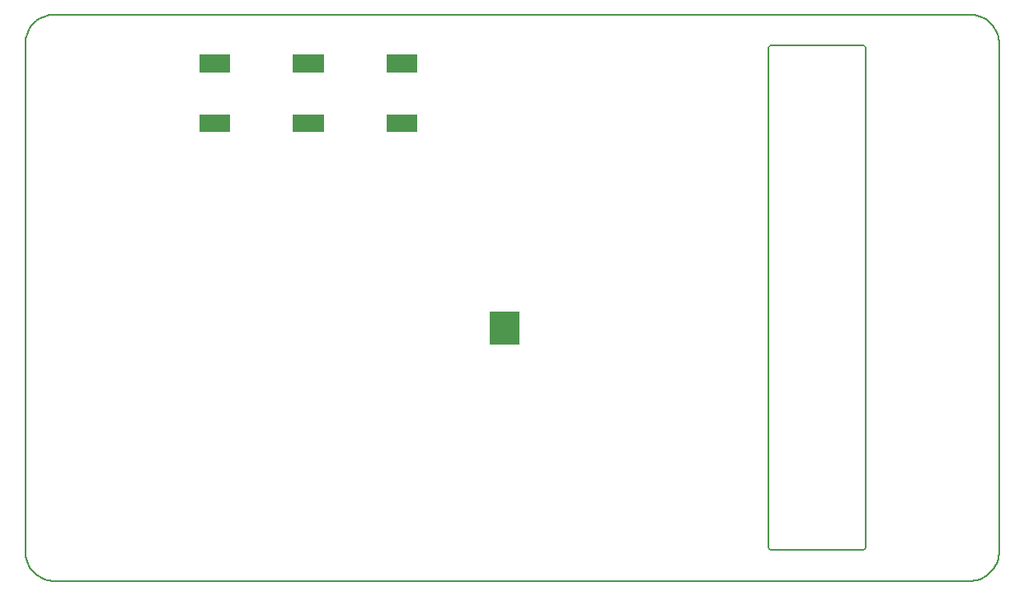
<source format=gko>
G04*
G04 #@! TF.GenerationSoftware,Altium Limited,Altium Designer,24.6.1 (21)*
G04*
G04 Layer_Color=16711935*
%FSLAX25Y25*%
%MOIN*%
G70*
G04*
G04 #@! TF.SameCoordinates,08707EBF-9302-4E29-B135-06D0E3724A66*
G04*
G04*
G04 #@! TF.FilePolarity,Positive*
G04*
G01*
G75*
%ADD72C,0.00709*%
G36*
X158692Y205437D02*
X146192D01*
Y212537D01*
X158692D01*
Y205437D01*
D02*
G37*
G36*
X120892D02*
X108392D01*
Y212537D01*
X120892D01*
Y205437D01*
D02*
G37*
G36*
X83092D02*
X70592D01*
Y212537D01*
X83092D01*
Y205437D01*
D02*
G37*
G36*
X120892Y181271D02*
X108392D01*
Y188371D01*
X120892D01*
Y181271D01*
D02*
G37*
G36*
X83092D02*
X70592D01*
Y188371D01*
X83092D01*
Y181271D01*
D02*
G37*
G36*
X158692Y181271D02*
X146192D01*
Y188371D01*
X158692D01*
Y181271D01*
D02*
G37*
G36*
X199900Y95300D02*
X188100D01*
Y108700D01*
X199900D01*
Y95300D01*
D02*
G37*
D72*
X340059Y215142D02*
X339766Y215849D01*
X339059Y216142D01*
Y12205D02*
X339766Y12498D01*
X340059Y13205D01*
X301689Y216142D02*
X300982Y215849D01*
X300689Y215142D01*
Y13205D02*
X300982Y12498D01*
X301689Y12205D01*
X393898Y216894D02*
X393857Y217869D01*
X393737Y218838D01*
X393536Y219793D01*
X393258Y220729D01*
X392903Y221638D01*
X392474Y222515D01*
X391974Y223354D01*
X391407Y224148D01*
X390776Y224893D01*
X390086Y225583D01*
X389341Y226214D01*
X388547Y226782D01*
X387708Y227281D01*
X386831Y227710D01*
X385922Y228065D01*
X384986Y228343D01*
X384031Y228544D01*
X383062Y228664D01*
X382087Y228705D01*
Y-295D02*
X383062Y-255D01*
X384031Y-134D01*
X384986Y66D01*
X385922Y345D01*
X386831Y699D01*
X387708Y1128D01*
X388547Y1628D01*
X389341Y2195D01*
X390086Y2826D01*
X390776Y3516D01*
X391407Y4261D01*
X391974Y5056D01*
X392474Y5894D01*
X392903Y6771D01*
X393258Y7681D01*
X393536Y8616D01*
X393737Y9572D01*
X393857Y10540D01*
X393898Y11516D01*
X12008Y228705D02*
X11033Y228664D01*
X10064Y228544D01*
X9108Y228343D01*
X8173Y228065D01*
X7263Y227710D01*
X6386Y227281D01*
X5548Y226782D01*
X4753Y226214D01*
X4008Y225583D01*
X3318Y224893D01*
X2687Y224148D01*
X2120Y223354D01*
X1620Y222515D01*
X1192Y221638D01*
X837Y220729D01*
X558Y219793D01*
X358Y218838D01*
X237Y217869D01*
X197Y216894D01*
Y11516D02*
X237Y10540D01*
X358Y9572D01*
X558Y8616D01*
X837Y7681D01*
X1192Y6771D01*
X1620Y5894D01*
X2120Y5056D01*
X2687Y4261D01*
X3318Y3516D01*
X4008Y2826D01*
X4753Y2195D01*
X5548Y1628D01*
X6386Y1128D01*
X7264Y699D01*
X8173Y345D01*
X9109Y66D01*
X10064Y-134D01*
X11033Y-255D01*
X12008Y-295D01*
X301689Y12205D02*
X339059D01*
X301689Y216142D02*
X339059D01*
X340059Y13205D02*
Y215142D01*
X300689Y13205D02*
Y215142D01*
X12008Y-295D02*
X382087D01*
X12008Y228705D02*
X382087D01*
X393898Y11516D02*
Y216894D01*
X197Y11516D02*
Y216894D01*
M02*

</source>
